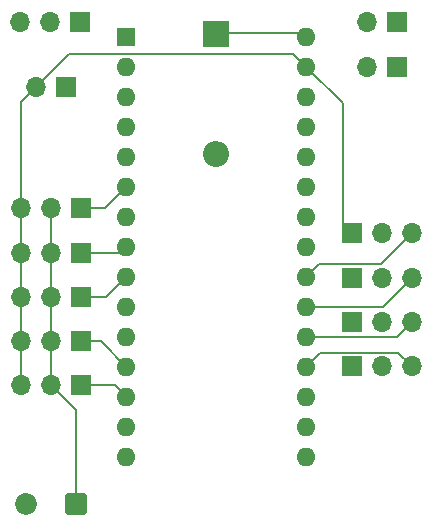
<source format=gbr>
%TF.GenerationSoftware,KiCad,Pcbnew,8.0.3*%
%TF.CreationDate,2024-07-09T10:02:45+02:00*%
%TF.ProjectId,Krabbler,4b726162-626c-4657-922e-6b696361645f,24.1*%
%TF.SameCoordinates,Original*%
%TF.FileFunction,Copper,L1,Top*%
%TF.FilePolarity,Positive*%
%FSLAX46Y46*%
G04 Gerber Fmt 4.6, Leading zero omitted, Abs format (unit mm)*
G04 Created by KiCad (PCBNEW 8.0.3) date 2024-07-09 10:02:45*
%MOMM*%
%LPD*%
G01*
G04 APERTURE LIST*
G04 Aperture macros list*
%AMRoundRect*
0 Rectangle with rounded corners*
0 $1 Rounding radius*
0 $2 $3 $4 $5 $6 $7 $8 $9 X,Y pos of 4 corners*
0 Add a 4 corners polygon primitive as box body*
4,1,4,$2,$3,$4,$5,$6,$7,$8,$9,$2,$3,0*
0 Add four circle primitives for the rounded corners*
1,1,$1+$1,$2,$3*
1,1,$1+$1,$4,$5*
1,1,$1+$1,$6,$7*
1,1,$1+$1,$8,$9*
0 Add four rect primitives between the rounded corners*
20,1,$1+$1,$2,$3,$4,$5,0*
20,1,$1+$1,$4,$5,$6,$7,0*
20,1,$1+$1,$6,$7,$8,$9,0*
20,1,$1+$1,$8,$9,$2,$3,0*%
G04 Aperture macros list end*
%TA.AperFunction,ComponentPad*%
%ADD10R,1.700000X1.700000*%
%TD*%
%TA.AperFunction,ComponentPad*%
%ADD11O,1.700000X1.700000*%
%TD*%
%TA.AperFunction,ComponentPad*%
%ADD12R,2.200000X2.200000*%
%TD*%
%TA.AperFunction,ComponentPad*%
%ADD13O,2.200000X2.200000*%
%TD*%
%TA.AperFunction,ComponentPad*%
%ADD14RoundRect,0.250000X0.675000X0.675000X-0.675000X0.675000X-0.675000X-0.675000X0.675000X-0.675000X0*%
%TD*%
%TA.AperFunction,ComponentPad*%
%ADD15C,1.850000*%
%TD*%
%TA.AperFunction,ComponentPad*%
%ADD16R,1.600000X1.600000*%
%TD*%
%TA.AperFunction,ComponentPad*%
%ADD17O,1.600000X1.600000*%
%TD*%
%TA.AperFunction,Conductor*%
%ADD18C,0.200000*%
%TD*%
G04 APERTURE END LIST*
D10*
%TO.P,M5,1,PWM*%
%TO.N,Net-(M5-PWM)*%
X68625000Y-63790000D03*
D11*
%TO.P,M5,2,+*%
%TO.N,Net-(A1-+)*%
X66085000Y-63790000D03*
%TO.P,M5,3,-*%
%TO.N,Net-(A1--)*%
X63545000Y-63790000D03*
%TD*%
D10*
%TO.P,P3,1,Pin_1*%
%TO.N,+6V*%
X67350000Y-38540000D03*
D11*
%TO.P,P3,2,Pin_2*%
%TO.N,Net-(A1--)*%
X64810000Y-38540000D03*
%TD*%
D12*
%TO.P,D1,1,K*%
%TO.N,Net-(D1-K)*%
X80100000Y-34040000D03*
D13*
%TO.P,D1,2,A*%
%TO.N,Net-(A1-+)*%
X80100000Y-44200000D03*
%TD*%
D10*
%TO.P,A1,1,-*%
%TO.N,Net-(A1--)*%
X91600000Y-62165000D03*
D11*
%TO.P,A1,2,+*%
%TO.N,Net-(A1-+)*%
X94140000Y-62165000D03*
%TO.P,A1,3,data*%
%TO.N,Net-(A1-data)*%
X96680000Y-62165000D03*
%TD*%
D14*
%TO.P,P2,1,Pin_1*%
%TO.N,Net-(A1-+)*%
X68200000Y-73790000D03*
D15*
%TO.P,P2,2,Pin_2*%
%TO.N,Net-(P1-+)*%
X64000000Y-73790000D03*
%TD*%
D16*
%TO.P,MC1,1,D1/TX*%
%TO.N,unconnected-(MC1-D1{slash}TX-Pad1)*%
X72490000Y-34250000D03*
D17*
%TO.P,MC1,2,D0/RX*%
%TO.N,unconnected-(MC1-D0{slash}RX-Pad2)*%
X72490000Y-36790000D03*
%TO.P,MC1,3,~{RESET}*%
%TO.N,unconnected-(MC1-~{RESET}-Pad3)*%
X72490000Y-39330000D03*
%TO.P,MC1,4,GND*%
%TO.N,unconnected-(MC1-GND-Pad4)*%
X72490000Y-41870000D03*
%TO.P,MC1,5,D2*%
%TO.N,unconnected-(MC1-D2-Pad5)*%
X72490000Y-44410000D03*
%TO.P,MC1,6,D3*%
%TO.N,Net-(M1-PWM)*%
X72490000Y-46950000D03*
%TO.P,MC1,7,D4*%
%TO.N,unconnected-(MC1-D4-Pad7)*%
X72490000Y-49490000D03*
%TO.P,MC1,8,D5*%
%TO.N,Net-(M2-PWM)*%
X72490000Y-52030000D03*
%TO.P,MC1,9,D6*%
%TO.N,Net-(M3-PWM)*%
X72490000Y-54570000D03*
%TO.P,MC1,10,D7*%
%TO.N,unconnected-(MC1-D7-Pad10)*%
X72490000Y-57110000D03*
%TO.P,MC1,11,D8*%
%TO.N,unconnected-(MC1-D8-Pad11)*%
X72490000Y-59650000D03*
%TO.P,MC1,12,D9*%
%TO.N,Net-(M4-PWM)*%
X72490000Y-62190000D03*
%TO.P,MC1,13,D10*%
%TO.N,Net-(M5-PWM)*%
X72490000Y-64730000D03*
%TO.P,MC1,14,D11*%
%TO.N,unconnected-(MC1-D11-Pad14)*%
X72490000Y-67270000D03*
%TO.P,MC1,15,D12*%
%TO.N,unconnected-(MC1-D12-Pad15)*%
X72490000Y-69810000D03*
%TO.P,MC1,16,D13*%
%TO.N,unconnected-(MC1-D13-Pad16)*%
X87730000Y-69810000D03*
%TO.P,MC1,17,3V3*%
%TO.N,unconnected-(MC1-3V3-Pad17)*%
X87730000Y-67270000D03*
%TO.P,MC1,18,AREF*%
%TO.N,unconnected-(MC1-AREF-Pad18)*%
X87730000Y-64730000D03*
%TO.P,MC1,19,A0*%
%TO.N,Net-(A1-data)*%
X87730000Y-62190000D03*
%TO.P,MC1,20,A1*%
%TO.N,Net-(A2-data)*%
X87730000Y-59650000D03*
%TO.P,MC1,21,A2*%
%TO.N,Net-(A3-data)*%
X87730000Y-57110000D03*
%TO.P,MC1,22,A3*%
%TO.N,Net-(A4-data)*%
X87730000Y-54570000D03*
%TO.P,MC1,23,A4*%
%TO.N,Net-(I2C_1-SDA)*%
X87730000Y-52030000D03*
%TO.P,MC1,24,A5*%
%TO.N,Net-(I2C_1-SCL)*%
X87730000Y-49490000D03*
%TO.P,MC1,25,A6*%
%TO.N,unconnected-(MC1-A6-Pad25)*%
X87730000Y-46950000D03*
%TO.P,MC1,26,A7*%
%TO.N,unconnected-(MC1-A7-Pad26)*%
X87730000Y-44410000D03*
%TO.P,MC1,27,+5V*%
%TO.N,Net-(MC1-+5V)*%
X87730000Y-41870000D03*
%TO.P,MC1,28,~{RESET}*%
%TO.N,unconnected-(MC1-~{RESET}-Pad28)*%
X87730000Y-39330000D03*
%TO.P,MC1,29,GND*%
%TO.N,Net-(A1--)*%
X87730000Y-36790000D03*
%TO.P,MC1,30,VIN*%
%TO.N,Net-(D1-K)*%
X87730000Y-34250000D03*
%TD*%
D10*
%TO.P,M4,1,PWM*%
%TO.N,Net-(M4-PWM)*%
X68625000Y-60040000D03*
D11*
%TO.P,M4,2,+*%
%TO.N,Net-(A1-+)*%
X66085000Y-60040000D03*
%TO.P,M4,3,-*%
%TO.N,Net-(A1--)*%
X63545000Y-60040000D03*
%TD*%
D10*
%TO.P,M1,1,PWM*%
%TO.N,Net-(M1-PWM)*%
X68625000Y-48790000D03*
D11*
%TO.P,M1,2,+*%
%TO.N,Net-(A1-+)*%
X66085000Y-48790000D03*
%TO.P,M1,3,-*%
%TO.N,Net-(A1--)*%
X63545000Y-48790000D03*
%TD*%
D10*
%TO.P,M2,1,PWM*%
%TO.N,Net-(M2-PWM)*%
X68625000Y-52540000D03*
D11*
%TO.P,M2,2,+*%
%TO.N,Net-(A1-+)*%
X66085000Y-52540000D03*
%TO.P,M2,3,-*%
%TO.N,Net-(A1--)*%
X63545000Y-52540000D03*
%TD*%
D10*
%TO.P,A2,1,-*%
%TO.N,Net-(A1--)*%
X91600000Y-58415000D03*
D11*
%TO.P,A2,2,+*%
%TO.N,Net-(A1-+)*%
X94140000Y-58415000D03*
%TO.P,A2,3,data*%
%TO.N,Net-(A2-data)*%
X96680000Y-58415000D03*
%TD*%
D10*
%TO.P,I2C_2,1,SDA*%
%TO.N,Net-(I2C_1-SDA)*%
X95375000Y-36790000D03*
D11*
%TO.P,I2C_2,2,SCL*%
%TO.N,Net-(I2C_1-SCL)*%
X92835000Y-36790000D03*
%TD*%
D10*
%TO.P,I2C_1,1,SDA*%
%TO.N,Net-(I2C_1-SDA)*%
X95375000Y-33040000D03*
D11*
%TO.P,I2C_1,2,SCL*%
%TO.N,Net-(I2C_1-SCL)*%
X92835000Y-33040000D03*
%TD*%
D10*
%TO.P,P1,1,-*%
%TO.N,+6V*%
X68600000Y-33040000D03*
D11*
%TO.P,P1,2,+*%
%TO.N,Net-(P1-+)*%
X66060000Y-33040000D03*
%TO.P,P1,3,data*%
%TO.N,Net-(MC1-+5V)*%
X63520000Y-33040000D03*
%TD*%
D10*
%TO.P,M3,1,PWM*%
%TO.N,Net-(M3-PWM)*%
X68625000Y-56290000D03*
D11*
%TO.P,M3,2,+*%
%TO.N,Net-(A1-+)*%
X66085000Y-56290000D03*
%TO.P,M3,3,-*%
%TO.N,Net-(A1--)*%
X63545000Y-56290000D03*
%TD*%
D10*
%TO.P,A3,1,-*%
%TO.N,Net-(A1--)*%
X91625000Y-54665000D03*
D11*
%TO.P,A3,2,+*%
%TO.N,Net-(A1-+)*%
X94165000Y-54665000D03*
%TO.P,A3,3,data*%
%TO.N,Net-(A3-data)*%
X96705000Y-54665000D03*
%TD*%
D10*
%TO.P,A4,1,-*%
%TO.N,Net-(A1--)*%
X91600000Y-50915000D03*
D11*
%TO.P,A4,2,+*%
%TO.N,Net-(A1-+)*%
X94140000Y-50915000D03*
%TO.P,A4,3,data*%
%TO.N,Net-(A4-data)*%
X96680000Y-50915000D03*
%TD*%
D18*
%TO.N,Net-(A1-data)*%
X96680000Y-62165000D02*
X95530000Y-61015000D01*
X88905000Y-61015000D02*
X87730000Y-62190000D01*
X95530000Y-61015000D02*
X88905000Y-61015000D01*
%TO.N,Net-(A2-data)*%
X95445000Y-59650000D02*
X87730000Y-59650000D01*
X96680000Y-58415000D02*
X95445000Y-59650000D01*
%TO.N,Net-(A3-data)*%
X96705000Y-54665000D02*
X94260000Y-57110000D01*
X94260000Y-57110000D02*
X87730000Y-57110000D01*
%TO.N,Net-(A4-data)*%
X96680000Y-50915000D02*
X94080000Y-53515000D01*
X88785000Y-53515000D02*
X87730000Y-54570000D01*
X94080000Y-53515000D02*
X88785000Y-53515000D01*
%TO.N,Net-(M1-PWM)*%
X70650000Y-48790000D02*
X72490000Y-46950000D01*
X68625000Y-48790000D02*
X70650000Y-48790000D01*
%TO.N,Net-(M2-PWM)*%
X68625000Y-52540000D02*
X71980000Y-52540000D01*
X71980000Y-52540000D02*
X72490000Y-52030000D01*
%TO.N,Net-(M3-PWM)*%
X68625000Y-56290000D02*
X70770000Y-56290000D01*
X70770000Y-56290000D02*
X72490000Y-54570000D01*
%TO.N,Net-(M4-PWM)*%
X70340000Y-60040000D02*
X72490000Y-62190000D01*
X68625000Y-60040000D02*
X70340000Y-60040000D01*
%TO.N,Net-(M5-PWM)*%
X68625000Y-63790000D02*
X71550000Y-63790000D01*
X71550000Y-63790000D02*
X72490000Y-64730000D01*
%TO.N,Net-(A1-+)*%
X68200000Y-73790000D02*
X68200000Y-65905000D01*
X66085000Y-48790000D02*
X66085000Y-63790000D01*
X68200000Y-65905000D02*
X66085000Y-63790000D01*
%TO.N,Net-(A1--)*%
X63545000Y-48790000D02*
X63545000Y-63790000D01*
X87730000Y-36790000D02*
X90850000Y-39910000D01*
X64810000Y-38540000D02*
X67660000Y-35690000D01*
X90850000Y-39910000D02*
X90850000Y-50165000D01*
X67660000Y-35690000D02*
X86630000Y-35690000D01*
X63545000Y-39805000D02*
X63545000Y-48790000D01*
X86630000Y-35690000D02*
X87730000Y-36790000D01*
X64810000Y-38540000D02*
X63545000Y-39805000D01*
X90850000Y-50165000D02*
X91600000Y-50915000D01*
%TO.N,Net-(D1-K)*%
X80150000Y-33990000D02*
X80100000Y-34040000D01*
X87730000Y-34250000D02*
X87470000Y-33990000D01*
X87470000Y-33990000D02*
X80150000Y-33990000D01*
%TD*%
M02*

</source>
